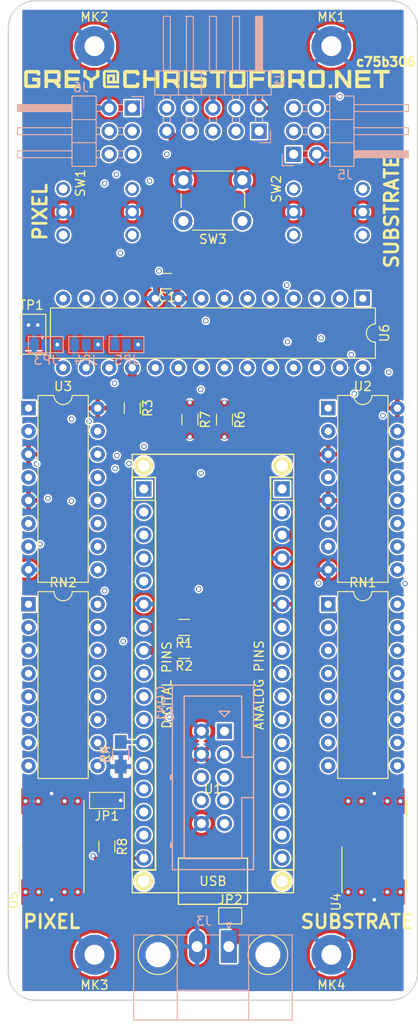
<source format=kicad_pcb>
(kicad_pcb (version 20170123) (host pcbnew "(2017-09-19 revision 0083ce1bd)-master")
  (layers (0 F.Cu mixed) (1 In1.Cu signal) (2 In2.Cu signal) (31 B.Cu mixed) (34 B.Paste user) (35 F.Paste user) (36 B.SilkS user) (37 F.SilkS user) (38 B.Mask user) (39 F.Mask user) (44 Edge.Cuts user))
  (net 0 "")
  (net 1 MISO)
  (net 2 +5V)
  (net 3 SCK)
  (net 4 MOSI)
  (net 5 GND)
  (net 6 SDA)
  (net 7 SCL)
  (net 8 TCK)
  (net 9 TDO)
  (net 10 TMS)
  (net 11 RESET)
  (net 12 TDI)
  (net 13 ~CS_LED_SW)
  (net 14 INT_BUT)
  (net 15 INT_SW)
  (net 16 ADC0)
  (net 17 /Vin)
  (net 18 A0_SW)
  (net 19 A1_SW)
  (net 20 A2_SW)
  (net 21 "Net-(RN1-Pad16)")
  (net 22 "Net-(RN1-Pad8)")
  (net 23 "Net-(RN1-Pad15)")
  (net 24 "Net-(RN1-Pad7)")
  (net 25 "Net-(RN1-Pad14)")
  (net 26 "Net-(RN1-Pad6)")
  (net 27 "Net-(RN1-Pad13)")
  (net 28 "Net-(RN1-Pad5)")
  (net 29 "Net-(RN1-Pad12)")
  (net 30 "Net-(RN1-Pad4)")
  (net 31 "Net-(RN1-Pad11)")
  (net 32 "Net-(RN1-Pad3)")
  (net 33 "Net-(RN1-Pad10)")
  (net 34 "Net-(RN1-Pad2)")
  (net 35 "Net-(RN1-Pad1)")
  (net 36 "Net-(RN2-Pad1)")
  (net 37 "Net-(RN2-Pad2)")
  (net 38 "Net-(RN2-Pad10)")
  (net 39 "Net-(RN2-Pad3)")
  (net 40 "Net-(RN2-Pad11)")
  (net 41 "Net-(RN2-Pad4)")
  (net 42 "Net-(RN2-Pad12)")
  (net 43 "Net-(RN2-Pad5)")
  (net 44 "Net-(RN2-Pad13)")
  (net 45 "Net-(RN2-Pad6)")
  (net 46 "Net-(RN2-Pad14)")
  (net 47 "Net-(RN2-Pad7)")
  (net 48 "Net-(RN2-Pad15)")
  (net 49 "Net-(RN2-Pad8)")
  (net 50 "Net-(RN2-Pad16)")
  (net 51 SWS8)
  (net 52 SWS2)
  (net 53 SWS4)
  (net 54 SWS1)
  (net 55 SWP1)
  (net 56 SWP4)
  (net 57 SWP2)
  (net 58 SWP8)
  (net 59 BCD_S_A)
  (net 60 BCD_S_D)
  (net 61 BCD_S_C)
  (net 62 BCD_S_B)
  (net 63 BCD_P_B)
  (net 64 BCD_P_C)
  (net 65 BCD_P_D)
  (net 66 BCD_P_A)
  (net 67 "Net-(R3-Pad1)")
  (net 68 ~CS0)
  (net 69 DIR_A)
  (net 70 AIN0)
  (net 71 LIM_B_L)
  (net 72 LIM_A_L)
  (net 73 EN)
  (net 74 STEP_A)
  (net 75 STEP_B)
  (net 76 DIR_B)
  (net 77 /LAN9252_IRQ)
  (net 78 /LAN9252_SI)
  (net 79 /LAN9252_DO)
  (net 80 /~LAN9252_SCS)
  (net 81 /LAN9252_SCK)
  (net 82 "Net-(JP1-Pad2)")
  (module myParts:logo (layer F.Cu) (at -0.635 -46.355)
    (fp_text reference L1 hide)
    (fp_text value GREY@CHRISTOFORO.NET hide)
  )
  (module Mounting_Holes:MountingHole_2.2mm_M2_Pad (layer F.Cu) (at 13.05 -50)
    (fp_text reference MK1 (at 0 -3.2) (layer F.SilkS))
    (fp_text value Mounting_Hole_PAD)
    (pad 1 thru_hole circle (at 0 0) (size 4.4 4.4) (drill 2.2) (layers *.Cu *.Mask) (net 5 GND))
  )
  (module Mounting_Holes:MountingHole_2.2mm_M2_Pad (layer F.Cu) (at -13.05 -50)
    (fp_text reference MK2 (at 0 -3.2) (layer F.SilkS))
    (fp_text value Mounting_Hole_PAD)
    (pad 1 thru_hole circle (at 0 0) (size 4.4 4.4) (drill 2.2) (layers *.Cu *.Mask) (net 5 GND))
  )
  (module Socket_Strips:Socket_Strip_Straight_1x17_Pitch2.54mm (layer F.Cu) (at -7.62 -1.27)
    (fp_text reference J2 (at 0 -2.33) (layer F.SilkS))
    (fp_text value Conn_01x17)
    (pad 1 thru_hole rect (at 0 0) (size 1.7 1.7) (drill 1) (layers *.Cu *.Mask) (net 4 MOSI))
    (pad 2 thru_hole oval (at 0 2.54) (size 1.7 1.7) (drill 1) (layers *.Cu *.Mask) (net 77 /LAN9252_IRQ))
    (pad 3 thru_hole oval (at 0 5.08) (size 1.7 1.7) (drill 1) (layers *.Cu *.Mask) (net 78 /LAN9252_SI))
    (pad 4 thru_hole oval (at 0 7.62) (size 1.7 1.7) (drill 1) (layers *.Cu *.Mask) (net 79 /LAN9252_DO))
    (pad 5 thru_hole oval (at 0 10.16) (size 1.7 1.7) (drill 1) (layers *.Cu *.Mask) (net 11 RESET))
    (pad 6 thru_hole oval (at 0 12.7) (size 1.7 1.7) (drill 1) (layers *.Cu *.Mask) (net 5 GND))
    (pad 7 thru_hole oval (at 0 15.24) (size 1.7 1.7) (drill 1) (layers *.Cu *.Mask) (net 6 SDA))
    (pad 8 thru_hole oval (at 0 17.78) (size 1.7 1.7) (drill 1) (layers *.Cu *.Mask) (net 7 SCL))
    (pad 9 thru_hole oval (at 0 20.32) (size 1.7 1.7) (drill 1) (layers *.Cu *.Mask) (net 68 ~CS0))
    (pad 10 thru_hole oval (at 0 22.86) (size 1.7 1.7) (drill 1) (layers *.Cu *.Mask) (net 13 ~CS_LED_SW))
    (pad 11 thru_hole oval (at 0 25.4) (size 1.7 1.7) (drill 1) (layers *.Cu *.Mask) (net 69 DIR_A))
    (pad 12 thru_hole oval (at 0 27.94) (size 1.7 1.7) (drill 1) (layers *.Cu *.Mask) (net 70 AIN0))
    (pad 13 thru_hole oval (at 0 30.48) (size 1.7 1.7) (drill 1) (layers *.Cu *.Mask) (net 71 LIM_B_L))
    (pad 14 thru_hole oval (at 0 33.02) (size 1.7 1.7) (drill 1) (layers *.Cu *.Mask) (net 72 LIM_A_L))
    (pad 15 thru_hole oval (at 0 35.56) (size 1.7 1.7) (drill 1) (layers *.Cu *.Mask) (net 14 INT_BUT))
    (pad 16 thru_hole oval (at 0 38.1) (size 1.7 1.7) (drill 1) (layers *.Cu *.Mask) (net 15 INT_SW))
    (pad 17 thru_hole oval (at 0 40.64) (size 1.7 1.7) (drill 1) (layers *.Cu *.Mask) (net 73 EN))
  )
  (module Connectors_Phoenix:PhoenixContact_MC-GF_02x3.50mm_Angled_ThreadedFlange_MountHole (layer B.Cu) (at 1.75 49.1 180)
    (fp_text reference J3 (at 2.75 2.8 180) (layer B.SilkS) (effects (justify mirror)))
    (fp_text value Screw_Terminal_01x02)
    (pad 1 thru_hole rect (at 0 0 180) (size 1.8 3.6) (drill 1.2) (layers *.Cu *.Mask) (net 17 /Vin))
    (pad 2 thru_hole oval (at 3.5 0 180) (size 1.8 3.6) (drill 1.2) (layers *.Cu *.Mask) (net 5 GND))
    (pad "" np_thru_hole circle (at -4.3 -0.9 180) (size 2.4 2.4) (drill 2.4) (layers *.Cu *.Mask))
    (pad "" np_thru_hole circle (at 7.8 -0.9 180) (size 2.4 2.4) (drill 2.4) (layers *.Cu *.Mask))
  )
  (module Socket_Strips:Socket_Strip_Straight_1x17_Pitch2.54mm (layer F.Cu) (at 7.62 -1.27)
    (fp_text reference J4 (at 0 -2.33) (layer F.SilkS))
    (fp_text value Conn_01x17)
    (pad 17 thru_hole oval (at 0 40.64) (size 1.7 1.7) (drill 1) (layers *.Cu *.Mask) (net 74 STEP_A))
    (pad 16 thru_hole oval (at 0 38.1) (size 1.7 1.7) (drill 1) (layers *.Cu *.Mask))
    (pad 15 thru_hole oval (at 0 35.56) (size 1.7 1.7) (drill 1) (layers *.Cu *.Mask))
    (pad 14 thru_hole oval (at 0 33.02) (size 1.7 1.7) (drill 1) (layers *.Cu *.Mask) (net 12 TDI))
    (pad 13 thru_hole oval (at 0 30.48) (size 1.7 1.7) (drill 1) (layers *.Cu *.Mask) (net 9 TDO))
    (pad 12 thru_hole oval (at 0 27.94) (size 1.7 1.7) (drill 1) (layers *.Cu *.Mask) (net 10 TMS))
    (pad 11 thru_hole oval (at 0 25.4) (size 1.7 1.7) (drill 1) (layers *.Cu *.Mask) (net 8 TCK))
    (pad 10 thru_hole oval (at 0 22.86) (size 1.7 1.7) (drill 1) (layers *.Cu *.Mask) (net 80 /~LAN9252_SCS))
    (pad 9 thru_hole oval (at 0 20.32) (size 1.7 1.7) (drill 1) (layers *.Cu *.Mask) (net 16 ADC0))
    (pad 8 thru_hole oval (at 0 17.78) (size 1.7 1.7) (drill 1) (layers *.Cu *.Mask))
    (pad 7 thru_hole oval (at 0 15.24) (size 1.7 1.7) (drill 1) (layers *.Cu *.Mask) (net 81 /LAN9252_SCK))
    (pad 6 thru_hole oval (at 0 12.7) (size 1.7 1.7) (drill 1) (layers *.Cu *.Mask) (net 2 +5V))
    (pad 5 thru_hole oval (at 0 10.16) (size 1.7 1.7) (drill 1) (layers *.Cu *.Mask) (net 11 RESET))
    (pad 4 thru_hole oval (at 0 7.62) (size 1.7 1.7) (drill 1) (layers *.Cu *.Mask) (net 5 GND))
    (pad 3 thru_hole oval (at 0 5.08) (size 1.7 1.7) (drill 1) (layers *.Cu *.Mask) (net 17 /Vin))
    (pad 2 thru_hole oval (at 0 2.54) (size 1.7 1.7) (drill 1) (layers *.Cu *.Mask) (net 1 MISO))
    (pad 1 thru_hole rect (at 0 0) (size 1.7 1.7) (drill 1) (layers *.Cu *.Mask) (net 3 SCK))
  )
  (module Connectors:GS2 (layer F.Cu) (at 1.905 45.72 90)
    (fp_text reference JP2 (at 1.78 0 180) (layer F.SilkS))
    (fp_text value Jumper_NO_Small)
    (pad 1 smd rect (at 0 -0.64 90) (size 1.27 0.97) (layers F.Cu F.Paste F.Mask) (net 2 +5V))
    (pad 2 smd rect (at 0 0.64 90) (size 1.27 0.97) (layers F.Cu F.Paste F.Mask) (net 17 /Vin))
  )
  (module Mounting_Holes:MountingHole_2.2mm_M2_Pad (layer F.Cu) (at -13.05 50)
    (fp_text reference MK3 (at 0 3.34) (layer F.SilkS))
    (fp_text value Mounting_Hole_PAD)
    (pad 1 thru_hole circle (at 0 0) (size 4.4 4.4) (drill 2.2) (layers *.Cu *.Mask) (net 5 GND))
  )
  (module Mounting_Holes:MountingHole_2.2mm_M2_Pad (layer F.Cu) (at 13.05 50)
    (fp_text reference MK4 (at 0 3.34) (layer F.SilkS))
    (fp_text value Mounting_Hole_PAD)
    (pad 1 thru_hole circle (at 0 0) (size 4.4 4.4) (drill 2.2) (layers *.Cu *.Mask) (net 5 GND))
  )
  (module Resistors_SMD:R_0805_HandSoldering (layer F.Cu) (at -3.175 13.97 180)
    (fp_text reference R1 (at 0 -1.7 180) (layer F.SilkS))
    (fp_text value 10K)
    (pad 1 smd rect (at -1.35 0 180) (size 1.5 1.3) (layers F.Cu F.Paste F.Mask) (net 2 +5V))
    (pad 2 smd rect (at 1.35 0 180) (size 1.5 1.3) (layers F.Cu F.Paste F.Mask) (net 6 SDA))
  )
  (module Resistors_SMD:R_0805_HandSoldering (layer F.Cu) (at -3.175 16.51 180)
    (fp_text reference R2 (at 0 -1.7 180) (layer F.SilkS))
    (fp_text value 10K)
    (pad 2 smd rect (at 1.35 0 180) (size 1.5 1.3) (layers F.Cu F.Paste F.Mask) (net 7 SCL))
    (pad 1 smd rect (at -1.35 0 180) (size 1.5 1.3) (layers F.Cu F.Paste F.Mask) (net 2 +5V))
  )
  (module Resistors_SMD:R_0805_HandSoldering (layer F.Cu) (at -8.89 -10.16 270)
    (fp_text reference R3 (at 0 -1.7 270) (layer F.SilkS))
    (fp_text value 10K)
    (pad 1 smd rect (at -1.35 0 270) (size 1.5 1.3) (layers F.Cu F.Paste F.Mask) (net 67 "Net-(R3-Pad1)"))
    (pad 2 smd rect (at 1.35 0 270) (size 1.5 1.3) (layers F.Cu F.Paste F.Mask) (net 2 +5V))
  )
  (module Housings_DIP:DIP-16_W7.62mm (layer F.Cu) (at 12.7 11.43)
    (fp_text reference RN1 (at 3.81 -2.39) (layer F.SilkS))
    (fp_text value 1k)
    (pad 16 thru_hole oval (at 7.62 0) (size 1.6 1.6) (drill 0.8) (layers *.Cu *.Mask) (net 21 "Net-(RN1-Pad16)"))
    (pad 8 thru_hole oval (at 0 17.78) (size 1.6 1.6) (drill 0.8) (layers *.Cu *.Mask) (net 22 "Net-(RN1-Pad8)"))
    (pad 15 thru_hole oval (at 7.62 2.54) (size 1.6 1.6) (drill 0.8) (layers *.Cu *.Mask) (net 23 "Net-(RN1-Pad15)"))
    (pad 7 thru_hole oval (at 0 15.24) (size 1.6 1.6) (drill 0.8) (layers *.Cu *.Mask) (net 24 "Net-(RN1-Pad7)"))
    (pad 14 thru_hole oval (at 7.62 5.08) (size 1.6 1.6) (drill 0.8) (layers *.Cu *.Mask) (net 25 "Net-(RN1-Pad14)"))
    (pad 6 thru_hole oval (at 0 12.7) (size 1.6 1.6) (drill 0.8) (layers *.Cu *.Mask) (net 26 "Net-(RN1-Pad6)"))
    (pad 13 thru_hole oval (at 7.62 7.62) (size 1.6 1.6) (drill 0.8) (layers *.Cu *.Mask) (net 27 "Net-(RN1-Pad13)"))
    (pad 5 thru_hole oval (at 0 10.16) (size 1.6 1.6) (drill 0.8) (layers *.Cu *.Mask) (net 28 "Net-(RN1-Pad5)"))
    (pad 12 thru_hole oval (at 7.62 10.16) (size 1.6 1.6) (drill 0.8) (layers *.Cu *.Mask) (net 29 "Net-(RN1-Pad12)"))
    (pad 4 thru_hole oval (at 0 7.62) (size 1.6 1.6) (drill 0.8) (layers *.Cu *.Mask) (net 30 "Net-(RN1-Pad4)"))
    (pad 11 thru_hole oval (at 7.62 12.7) (size 1.6 1.6) (drill 0.8) (layers *.Cu *.Mask) (net 31 "Net-(RN1-Pad11)"))
    (pad 3 thru_hole oval (at 0 5.08) (size 1.6 1.6) (drill 0.8) (layers *.Cu *.Mask) (net 32 "Net-(RN1-Pad3)"))
    (pad 10 thru_hole oval (at 7.62 15.24) (size 1.6 1.6) (drill 0.8) (layers *.Cu *.Mask) (net 33 "Net-(RN1-Pad10)"))
    (pad 2 thru_hole oval (at 0 2.54) (size 1.6 1.6) (drill 0.8) (layers *.Cu *.Mask) (net 34 "Net-(RN1-Pad2)"))
    (pad 9 thru_hole oval (at 7.62 17.78) (size 1.6 1.6) (drill 0.8) (layers *.Cu *.Mask))
    (pad 1 thru_hole rect (at 0 0) (size 1.6 1.6) (drill 0.8) (layers *.Cu *.Mask) (net 35 "Net-(RN1-Pad1)"))
  )
  (module Housings_DIP:DIP-16_W7.62mm (layer F.Cu) (at -20.32 11.43)
    (fp_text reference RN2 (at 3.81 -2.39) (layer F.SilkS))
    (fp_text value 1k)
    (pad 1 thru_hole rect (at 0 0) (size 1.6 1.6) (drill 0.8) (layers *.Cu *.Mask) (net 36 "Net-(RN2-Pad1)"))
    (pad 9 thru_hole oval (at 7.62 17.78) (size 1.6 1.6) (drill 0.8) (layers *.Cu *.Mask))
    (pad 2 thru_hole oval (at 0 2.54) (size 1.6 1.6) (drill 0.8) (layers *.Cu *.Mask) (net 37 "Net-(RN2-Pad2)"))
    (pad 10 thru_hole oval (at 7.62 15.24) (size 1.6 1.6) (drill 0.8) (layers *.Cu *.Mask) (net 38 "Net-(RN2-Pad10)"))
    (pad 3 thru_hole oval (at 0 5.08) (size 1.6 1.6) (drill 0.8) (layers *.Cu *.Mask) (net 39 "Net-(RN2-Pad3)"))
    (pad 11 thru_hole oval (at 7.62 12.7) (size 1.6 1.6) (drill 0.8) (layers *.Cu *.Mask) (net 40 "Net-(RN2-Pad11)"))
    (pad 4 thru_hole oval (at 0 7.62) (size 1.6 1.6) (drill 0.8) (layers *.Cu *.Mask) (net 41 "Net-(RN2-Pad4)"))
    (pad 12 thru_hole oval (at 7.62 10.16) (size 1.6 1.6) (drill 0.8) (layers *.Cu *.Mask) (net 42 "Net-(RN2-Pad12)"))
    (pad 5 thru_hole oval (at 0 10.16) (size 1.6 1.6) (drill 0.8) (layers *.Cu *.Mask) (net 43 "Net-(RN2-Pad5)"))
    (pad 13 thru_hole oval (at 7.62 7.62) (size 1.6 1.6) (drill 0.8) (layers *.Cu *.Mask) (net 44 "Net-(RN2-Pad13)"))
    (pad 6 thru_hole oval (at 0 12.7) (size 1.6 1.6) (drill 0.8) (layers *.Cu *.Mask) (net 45 "Net-(RN2-Pad6)"))
    (pad 14 thru_hole oval (at 7.62 5.08) (size 1.6 1.6) (drill 0.8) (layers *.Cu *.Mask) (net 46 "Net-(RN2-Pad14)"))
    (pad 7 thru_hole oval (at 0 15.24) (size 1.6 1.6) (drill 0.8) (layers *.Cu *.Mask) (net 47 "Net-(RN2-Pad7)"))
    (pad 15 thru_hole oval (at 7.62 2.54) (size 1.6 1.6) (drill 0.8) (layers *.Cu *.Mask) (net 48 "Net-(RN2-Pad15)"))
    (pad 8 thru_hole oval (at 0 17.78) (size 1.6 1.6) (drill 0.8) (layers *.Cu *.Mask) (net 49 "Net-(RN2-Pad8)"))
    (pad 16 thru_hole oval (at 7.62 0) (size 1.6 1.6) (drill 0.8) (layers *.Cu *.Mask) (net 50 "Net-(RN2-Pad16)"))
  )
  (module myParts:Grayhill_94H (layer F.Cu) (at -16.51 -34.29 180)
    (fp_text reference SW1 (at -1.905 0.635 90) (layer F.SilkS))
    (fp_text value SW_Grayhill_94H_Coded)
    (pad 8 thru_hole circle (at -7.62 0 180) (size 1.524 1.524) (drill 0.9652) (layers *.Cu *.Mask) (net 51 SWS8))
    (pad C thru_hole circle (at -7.62 -2.54 180) (size 1.524 1.524) (drill 0.9652) (layers *.Cu *.Mask) (net 5 GND))
    (pad 2 thru_hole circle (at -7.62 -5.08 180) (size 1.524 1.524) (drill 0.9652) (layers *.Cu *.Mask) (net 52 SWS2))
    (pad 4 thru_hole circle (at 0 -5.08 180) (size 1.524 1.524) (drill 0.9652) (layers *.Cu *.Mask) (net 53 SWS4))
    (pad C thru_hole circle (at 0 -2.54 180) (size 1.524 1.524) (drill 0.9652) (layers *.Cu *.Mask) (net 5 GND))
    (pad 1 thru_hole circle (at 0 0 180) (size 1.524 1.524) (drill 0.9652) (layers *.Cu *.Mask) (net 54 SWS1))
  )
  (module myParts:Grayhill_94H (layer F.Cu) (at 8.89 -34.29 180)
    (fp_text reference SW2 (at 1.905 0 90) (layer F.SilkS))
    (fp_text value SW_Grayhill_94H_Coded)
    (pad 1 thru_hole circle (at 0 0 180) (size 1.524 1.524) (drill 0.9652) (layers *.Cu *.Mask) (net 55 SWP1))
    (pad C thru_hole circle (at 0 -2.54 180) (size 1.524 1.524) (drill 0.9652) (layers *.Cu *.Mask) (net 5 GND))
    (pad 4 thru_hole circle (at 0 -5.08 180) (size 1.524 1.524) (drill 0.9652) (layers *.Cu *.Mask) (net 56 SWP4))
    (pad 2 thru_hole circle (at -7.62 -5.08 180) (size 1.524 1.524) (drill 0.9652) (layers *.Cu *.Mask) (net 57 SWP2))
    (pad C thru_hole circle (at -7.62 -2.54 180) (size 1.524 1.524) (drill 0.9652) (layers *.Cu *.Mask) (net 5 GND))
    (pad 8 thru_hole circle (at -7.62 0 180) (size 1.524 1.524) (drill 0.9652) (layers *.Cu *.Mask) (net 58 SWP8))
  )
  (module Buttons_Switches_THT:SW_PUSH_6mm (layer F.Cu) (at 3.25 -30.75 180)
    (fp_text reference SW3 (at 3.25 -2 180) (layer F.SilkS))
    (fp_text value SW_Push)
    (pad 2 thru_hole circle (at 0 4.5 270) (size 2 2) (drill 1.1) (layers *.Cu *.Mask) (net 5 GND))
    (pad 1 thru_hole circle (at 0 0 270) (size 2 2) (drill 1.1) (layers *.Cu *.Mask) (net 14 INT_BUT))
    (pad 2 thru_hole circle (at 6.5 4.5 270) (size 2 2) (drill 1.1) (layers *.Cu *.Mask) (net 5 GND))
    (pad 1 thru_hole circle (at 6.5 0 270) (size 2 2) (drill 1.1) (layers *.Cu *.Mask) (net 14 INT_BUT))
  )
  (module myParts:arduino_micro (layer F.Cu) (at -7.62 -3.81)
    (fp_text reference U1 (at 7.62 35.56) (layer F.SilkS))
    (fp_text value ARDUINO_MICRO)
    (fp_text user "ANALOG PINS" (at 12.7 24.13 90) (layer F.SilkS))
    (fp_text user "DIGITAL PINS" (at 2.54 24.13 90) (layer F.SilkS))
    (fp_text user USB (at 7.62 45.72 180) (layer F.SilkS))
    (pad 2 thru_hole circle (at 15.24 0 180) (size 2.032 2.032) (drill 1.27) (layers *.Cu *.Mask F.SilkS))
    (pad 1 thru_hole circle (at 0 0 180) (size 2.032 2.032) (drill 1.27) (layers *.Cu *.Mask F.SilkS))
    (pad 3 thru_hole circle (at 15.24 45.72 180) (size 2.032 2.032) (drill 1.27) (layers *.Cu *.Mask F.SilkS))
    (pad 4 thru_hole circle (at 0 45.72 180) (size 2.032 2.032) (drill 1.27) (layers *.Cu *.Mask F.SilkS))
  )
  (module Housings_DIP:DIP-16_W7.62mm (layer F.Cu) (at 12.7 -10.16)
    (fp_text reference U2 (at 3.81 -2.39) (layer F.SilkS))
    (fp_text value 74LS249)
    (pad 16 thru_hole oval (at 7.62 0) (size 1.6 1.6) (drill 0.8) (layers *.Cu *.Mask) (net 2 +5V))
    (pad 8 thru_hole oval (at 0 17.78) (size 1.6 1.6) (drill 0.8) (layers *.Cu *.Mask) (net 5 GND))
    (pad 15 thru_hole oval (at 7.62 2.54) (size 1.6 1.6) (drill 0.8) (layers *.Cu *.Mask) (net 31 "Net-(RN1-Pad11)"))
    (pad 7 thru_hole oval (at 0 15.24) (size 1.6 1.6) (drill 0.8) (layers *.Cu *.Mask) (net 59 BCD_S_A))
    (pad 14 thru_hole oval (at 7.62 5.08) (size 1.6 1.6) (drill 0.8) (layers *.Cu *.Mask) (net 33 "Net-(RN1-Pad10)"))
    (pad 6 thru_hole oval (at 0 12.7) (size 1.6 1.6) (drill 0.8) (layers *.Cu *.Mask) (net 60 BCD_S_D))
    (pad 13 thru_hole oval (at 7.62 7.62) (size 1.6 1.6) (drill 0.8) (layers *.Cu *.Mask) (net 21 "Net-(RN1-Pad16)"))
    (pad 5 thru_hole oval (at 0 10.16) (size 1.6 1.6) (drill 0.8) (layers *.Cu *.Mask) (net 2 +5V))
    (pad 12 thru_hole oval (at 7.62 10.16) (size 1.6 1.6) (drill 0.8) (layers *.Cu *.Mask) (net 23 "Net-(RN1-Pad15)"))
    (pad 4 thru_hole oval (at 0 7.62) (size 1.6 1.6) (drill 0.8) (layers *.Cu *.Mask))
    (pad 11 thru_hole oval (at 7.62 12.7) (size 1.6 1.6) (drill 0.8) (layers *.Cu *.Mask) (net 25 "Net-(RN1-Pad14)"))
    (pad 3 thru_hole oval (at 0 5.08) (size 1.6 1.6) (drill 0.8) (layers *.Cu *.Mask) (net 2 +5V))
    (pad 10 thru_hole oval (at 7.62 15.24) (size 1.6 1.6) (drill 0.8) (layers *.Cu *.Mask) (net 27 "Net-(RN1-Pad13)"))
    (pad 2 thru_hole oval (at 0 2.54) (size 1.6 1.6) (drill 0.8) (layers *.Cu *.Mask) (net 61 BCD_S_C))
    (pad 9 thru_hole oval (at 7.62 17.78) (size 1.6 1.6) (drill 0.8) (layers *.Cu *.Mask) (net 29 "Net-(RN1-Pad12)"))
    (pad 1 thru_hole rect (at 0 0) (size 1.6 1.6) (drill 0.8) (layers *.Cu *.Mask) (net 62 BCD_S_B))
  )
  (module Housings_DIP:DIP-16_W7.62mm (layer F.Cu) (at -20.32 -10.16)
    (fp_text reference U3 (at 3.81 -2.39) (layer F.SilkS))
    (fp_text value 74LS249)
    (pad 1 thru_hole rect (at 0 0) (size 1.6 1.6) (drill 0.8) (layers *.Cu *.Mask) (net 63 BCD_P_B))
    (pad 9 thru_hole oval (at 7.62 17.78) (size 1.6 1.6) (drill 0.8) (layers *.Cu *.Mask) (net 42 "Net-(RN2-Pad12)"))
    (pad 2 thru_hole oval (at 0 2.54) (size 1.6 1.6) (drill 0.8) (layers *.Cu *.Mask) (net 64 BCD_P_C))
    (pad 10 thru_hole oval (at 7.62 15.24) (size 1.6 1.6) (drill 0.8) (layers *.Cu *.Mask) (net 44 "Net-(RN2-Pad13)"))
    (pad 3 thru_hole oval (at 0 5.08) (size 1.6 1.6) (drill 0.8) (layers *.Cu *.Mask) (net 2 +5V))
    (pad 11 thru_hole oval (at 7.62 12.7) (size 1.6 1.6) (drill 0.8) (layers *.Cu *.Mask) (net 46 "Net-(RN2-Pad14)"))
    (pad 4 thru_hole oval (at 0 7.62) (size 1.6 1.6) (drill 0.8) (layers *.Cu *.Mask))
    (pad 12 thru_hole oval (at 7.62 10.16) (size 1.6 1.6) (drill 0.8) (layers *.Cu *.Mask) (net 48 "Net-(RN2-Pad15)"))
    (pad 5 thru_hole oval (at 0 10.16) (size 1.6 1.6) (drill 0.8) (layers *.Cu *.Mask) (net 2 +5V))
    (pad 13 thru_hole oval (at 7.62 7.62) (size 1.6 1.6) (drill 0.8) (layers *.Cu *.Mask) (net 50 "Net-(RN2-Pad16)"))
    (pad 6 thru_hole oval (at 0 12.7) (size 1.6 1.6) (drill 0.8) (layers *.Cu *.Mask) (net 65 BCD_P_D))
    (pad 14 thru_hole oval (at 7.62 5.08) (size 1.6 1.6) (drill 0.8) (layers *.Cu *.Mask) (net 38 "Net-(RN2-Pad10)"))
    (pad 7 thru_hole oval (at 0 15.24) (size 1.6 1.6) (drill 0.8) (layers *.Cu *.Mask) (net 66 BCD_P_A))
    (pad 15 thru_hole oval (at 7.62 2.54) (size 1.6 1.6) (drill 0.8) (layers *.Cu *.Mask) (net 40 "Net-(RN2-Pad11)"))
    (pad 8 thru_hole oval (at 0 17.78) (size 1.6 1.6) (drill 0.8) (layers *.Cu *.Mask) (net 5 GND))
    (pad 16 thru_hole oval (at 7.62 0) (size 1.6 1.6) (drill 0.8) (layers *.Cu *.Mask) (net 2 +5V))
  )
  (module Displays_7-Segment:KCSC02-123 (layer F.Cu) (at 17.78 38.1 90)
    (fp_text reference U4 (at -6.1 -4.22 90) (layer F.SilkS))
    (fp_text value KCSC02-123)
    (pad 10 smd rect (at 5 -2.88 90) (size 2.8 0.9) (layers F.Cu F.Paste F.Mask) (net 24 "Net-(RN1-Pad7)"))
    (pad 9 smd rect (at 5 -1.44 90) (size 2.8 0.9) (layers F.Cu F.Paste F.Mask) (net 26 "Net-(RN1-Pad6)"))
    (pad 8 smd rect (at 5 0 90) (size 2.8 0.9) (layers F.Cu F.Paste F.Mask) (net 5 GND))
    (pad 7 smd rect (at 5 1.44 90) (size 2.8 0.9) (layers F.Cu F.Paste F.Mask) (net 35 "Net-(RN1-Pad1)"))
    (pad 6 smd rect (at 5 2.88 90) (size 2.8 0.9) (layers F.Cu F.Paste F.Mask) (net 34 "Net-(RN1-Pad2)"))
    (pad 5 smd rect (at -5 2.88 90) (size 2.8 0.9) (layers F.Cu F.Paste F.Mask) (net 22 "Net-(RN1-Pad8)"))
    (pad 4 smd rect (at -5 1.44 90) (size 2.8 0.9) (layers F.Cu F.Paste F.Mask) (net 32 "Net-(RN1-Pad3)"))
    (pad 3 smd rect (at -5 0 90) (size 2.8 0.9) (layers F.Cu F.Paste F.Mask) (net 5 GND))
    (pad 2 smd rect (at -5 -1.44 90) (size 2.8 0.9) (layers F.Cu F.Paste F.Mask) (net 30 "Net-(RN1-Pad4)"))
    (pad 1 smd rect (at -5 -2.88 90) (size 2.8 0.9) (layers F.Cu F.Paste F.Mask) (net 28 "Net-(RN1-Pad5)"))
  )
  (module Displays_7-Segment:KCSC02-123 (layer F.Cu) (at -17.78 38.1 90)
    (fp_text reference U5 (at -5.9 -4.22 90) (layer F.SilkS))
    (fp_text value KCSC02-123)
    (pad 1 smd rect (at -5 -2.88 90) (size 2.8 0.9) (layers F.Cu F.Paste F.Mask) (net 43 "Net-(RN2-Pad5)"))
    (pad 2 smd rect (at -5 -1.44 90) (size 2.8 0.9) (layers F.Cu F.Paste F.Mask) (net 41 "Net-(RN2-Pad4)"))
    (pad 3 smd rect (at -5 0 90) (size 2.8 0.9) (layers F.Cu F.Paste F.Mask) (net 5 GND))
    (pad 4 smd rect (at -5 1.44 90) (size 2.8 0.9) (layers F.Cu F.Paste F.Mask) (net 39 "Net-(RN2-Pad3)"))
    (pad 5 smd rect (at -5 2.88 90) (size 2.8 0.9) (layers F.Cu F.Paste F.Mask) (net 49 "Net-(RN2-Pad8)"))
    (pad 6 smd rect (at 5 2.88 90) (size 2.8 0.9) (layers F.Cu F.Paste F.Mask) (net 37 "Net-(RN2-Pad2)"))
    (pad 7 smd rect (at 5 1.44 90) (size 2.8 0.9) (layers F.Cu F.Paste F.Mask) (net 36 "Net-(RN2-Pad1)"))
    (pad 8 smd rect (at 5 0 90) (size 2.8 0.9) (layers F.Cu F.Paste F.Mask) (net 5 GND))
    (pad 9 smd rect (at 5 -1.44 90) (size 2.8 0.9) (layers F.Cu F.Paste F.Mask) (net 45 "Net-(RN2-Pad6)"))
    (pad 10 smd rect (at 5 -2.88 90) (size 2.8 0.9) (layers F.Cu F.Paste F.Mask) (net 47 "Net-(RN2-Pad7)"))
  )
  (module Housings_DIP:DIP-28_W7.62mm (layer F.Cu) (at 16.51 -22.225 270)
    (fp_text reference U6 (at 3.81 -2.39 270) (layer F.SilkS))
    (fp_text value MCP23S17)
    (pad 1 thru_hole rect (at 0 0 270) (size 1.6 1.6) (drill 0.8) (layers *.Cu *.Mask) (net 66 BCD_P_A))
    (pad 15 thru_hole oval (at 7.62 33.02 270) (size 1.6 1.6) (drill 0.8) (layers *.Cu *.Mask) (net 18 A0_SW))
    (pad 2 thru_hole oval (at 0 2.54 270) (size 1.6 1.6) (drill 0.8) (layers *.Cu *.Mask) (net 63 BCD_P_B))
    (pad 16 thru_hole oval (at 7.62 30.48 270) (size 1.6 1.6) (drill 0.8) (layers *.Cu *.Mask) (net 19 A1_SW))
    (pad 3 thru_hole oval (at 0 5.08 270) (size 1.6 1.6) (drill 0.8) (layers *.Cu *.Mask) (net 64 BCD_P_C))
    (pad 17 thru_hole oval (at 7.62 27.94 270) (size 1.6 1.6) (drill 0.8) (layers *.Cu *.Mask) (net 20 A2_SW))
    (pad 4 thru_hole oval (at 0 7.62 270) (size 1.6 1.6) (drill 0.8) (layers *.Cu *.Mask) (net 65 BCD_P_D))
    (pad 18 thru_hole oval (at 7.62 25.4 270) (size 1.6 1.6) (drill 0.8) (layers *.Cu *.Mask) (net 67 "Net-(R3-Pad1)"))
    (pad 5 thru_hole oval (at 0 10.16 270) (size 1.6 1.6) (drill 0.8) (layers *.Cu *.Mask) (net 59 BCD_S_A))
    (pad 19 thru_hole oval (at 7.62 22.86 270) (size 1.6 1.6) (drill 0.8) (layers *.Cu *.Mask))
    (pad 6 thru_hole oval (at 0 12.7 270) (size 1.6 1.6) (drill 0.8) (layers *.Cu *.Mask) (net 62 BCD_S_B))
    (pad 20 thru_hole oval (at 7.62 20.32 270) (size 1.6 1.6) (drill 0.8) (layers *.Cu *.Mask) (net 15 INT_SW))
    (pad 7 thru_hole oval (at 0 15.24 270) (size 1.6 1.6) (drill 0.8) (layers *.Cu *.Mask) (net 61 BCD_S_C))
    (pad 21 thru_hole oval (at 7.62 17.78 270) (size 1.6 1.6) (drill 0.8) (layers *.Cu *.Mask) (net 55 SWP1))
    (pad 8 thru_hole oval (at 0 17.78 270) (size 1.6 1.6) (drill 0.8) (layers *.Cu *.Mask) (net 60 BCD_S_D))
    (pad 22 thru_hole oval (at 7.62 15.24 270) (size 1.6 1.6) (drill 0.8) (layers *.Cu *.Mask) (net 57 SWP2))
    (pad 9 thru_hole oval (at 0 20.32 270) (size 1.6 1.6) (drill 0.8) (layers *.Cu *.Mask) (net 2 +5V))
    (pad 23 thru_hole oval (at 7.62 12.7 270) (size 1.6 1.6) (drill 0.8) (layers *.Cu *.Mask) (net 56 SWP4))
    (pad 10 thru_hole oval (at 0 22.86 270) (size 1.6 1.6) (drill 0.8) (layers *.Cu *.Mask) (net 5 GND))
    (pad 24 thru_hole oval (at 7.62 10.16 270) (size 1.6 1.6) (drill 0.8) (layers *.Cu *.Mask) (net 58 SWP8))
    (pad 11 thru_hole oval (at 0 25.4 270) (size 1.6 1.6) (drill 0.8) (layers *.Cu *.Mask) (net 13 ~CS_LED_SW))
    (pad 25 thru_hole oval (at 7.62 7.62 270) (size 1.6 1.6) (drill 0.8) (layers *.Cu *.Mask) (net 54 SWS1))
    (pad 12 thru_hole oval (at 0 27.94 270) (size 1.6 1.6) (drill 0.8) (layers *.Cu *.Mask) (net 3 SCK))
    (pad 26 thru_hole oval (at 7.62 5.08 270) (size 1.6 1.6) (drill 0.8) (layers *.Cu *.Mask) (net 52 SWS2))
    (pad 13 thru_hole oval (at 0 30.48 270) (size 1.6 1.6) (drill 0.8) (layers *.Cu *.Mask) (net 4 MOSI))
    (pad 27 thru_hole oval (at 7.62 2.54 270) (size 1.6 1.6) (drill 0.8) (layers *.Cu *.Mask) (net 53 SWS4))
    (pad 14 thru_hole oval (at 0 33.02 270) (size 1.6 1.6) (drill 0.8) (layers *.Cu *.Mask) (net 1 MISO))
    (pad 28 thru_hole oval (at 7.62 0 270) (size 1.6 1.6) (drill 0.8) (layers *.Cu *.Mask) (net 51 SWS8))
  )
  (module Connectors_Multicomp:Multicomp_MC9A12-1034_2x05x2.54mm_Straight (layer B.Cu) (at 1.27 25.4 270)
    (fp_text reference CON1 (at -3 7 270) (layer B.SilkS) (effects (justify mirror)))
    (fp_text value AVR-JTAG-10)
    (pad 1 thru_hole rect (at 0 0 270) (size 1.7 1.7) (drill 1) (layers *.Cu *.Mask) (net 8 TCK))
    (pad 2 thru_hole circle (at 0 2.54 270) (size 1.7 1.7) (drill 1) (layers *.Cu *.Mask) (net 5 GND))
    (pad 3 thru_hole circle (at 2.54 0 270) (size 1.7 1.7) (drill 1) (layers *.Cu *.Mask) (net 9 TDO))
    (pad 4 thru_hole circle (at 2.54 2.54 270) (size 1.7 1.7) (drill 1) (layers *.Cu *.Mask) (net 2 +5V))
    (pad 5 thru_hole circle (at 5.08 0 270) (size 1.7 1.7) (drill 1) (layers *.Cu *.Mask) (net 10 TMS))
    (pad 6 thru_hole circle (at 5.08 2.54 270) (size 1.7 1.7) (drill 1) (layers *.Cu *.Mask) (net 11 RESET))
    (pad 7 thru_hole circle (at 7.62 0 270) (size 1.7 1.7) (drill 1) (layers *.Cu *.Mask))
    (pad 8 thru_hole circle (at 7.62 2.54 270) (size 1.7 1.7) (drill 1) (layers *.Cu *.Mask))
    (pad 9 thru_hole circle (at 10.16 0 270) (size 1.7 1.7) (drill 1) (layers *.Cu *.Mask) (net 12 TDI))
    (pad 10 thru_hole circle (at 10.16 2.54 270) (size 1.7 1.7) (drill 1) (layers *.Cu *.Mask) (net 5 GND))
  )
  (module Pin_Headers:Pin_Header_Angled_2x05_Pitch2.54mm (layer B.Cu) (at 5.08 -40.64 90)
    (fp_text reference J1 (at 5.655 2.27 90) (layer B.SilkS) (effects (justify mirror)))
    (fp_text value Conn_02x05_Counter_Clockwise)
    (pad 1 thru_hole rect (at 0 0 90) (size 1.7 1.7) (drill 1) (layers *.Cu *.Mask) (net 1 MISO))
    (pad 2 thru_hole oval (at 2.54 0 90) (size 1.7 1.7) (drill 1) (layers *.Cu *.Mask) (net 2 +5V))
    (pad 3 thru_hole oval (at 0 -2.54 90) (size 1.7 1.7) (drill 1) (layers *.Cu *.Mask) (net 3 SCK))
    (pad 4 thru_hole oval (at 2.54 -2.54 90) (size 1.7 1.7) (drill 1) (layers *.Cu *.Mask) (net 4 MOSI))
    (pad 5 thru_hole oval (at 0 -5.08 90) (size 1.7 1.7) (drill 1) (layers *.Cu *.Mask) (net 16 ADC0))
    (pad 6 thru_hole oval (at 2.54 -5.08 90) (size 1.7 1.7) (drill 1) (layers *.Cu *.Mask) (net 5 GND))
    (pad 7 thru_hole oval (at 0 -7.62 90) (size 1.7 1.7) (drill 1) (layers *.Cu *.Mask) (net 6 SDA))
    (pad 8 thru_hole oval (at 2.54 -7.62 90) (size 1.7 1.7) (drill 1) (layers *.Cu *.Mask) (net 7 SCL))
    (pad 9 thru_hole oval (at 0 -10.16 90) (size 1.7 1.7) (drill 1) (layers *.Cu *.Mask) (net 17 /Vin))
    (pad 10 thru_hole oval (at 2.54 -10.16 90) (size 1.7 1.7) (drill 1) (layers *.Cu *.Mask) (net 68 ~CS0))
  )
  (module Connectors:GS3 (layer B.Cu) (at -18.415 -17.145 90)
    (fp_text reference JP3 (at -1.7 0) (layer B.SilkS) (effects (justify mirror)))
    (fp_text value Jumper_NC_Dual)
    (pad 3 smd rect (at 0 -1.27 90) (size 1.27 0.97) (layers B.Cu B.Paste B.Mask) (net 5 GND))
    (pad 2 smd rect (at 0 0 90) (size 1.27 0.97) (layers B.Cu B.Paste B.Mask) (net 18 A0_SW))
    (pad 1 smd rect (at 0 1.27 90) (size 1.27 0.97) (layers B.Cu B.Paste B.Mask) (net 2 +5V))
  )
  (module Connectors:GS3 (layer B.Cu) (at -13.97 -17.145 90)
    (fp_text reference JP4 (at -1.7 0) (layer B.SilkS) (effects (justify mirror)))
    (fp_text value Jumper_NC_Dual)
    (pad 1 smd rect (at 0 1.27 90) (size 1.27 0.97) (layers B.Cu B.Paste B.Mask) (net 2 +5V))
    (pad 2 smd rect (at 0 0 90) (size 1.27 0.97) (layers B.Cu B.Paste B.Mask) (net 19 A1_SW))
    (pad 3 smd rect (at 0 -1.27 90) (size 1.27 0.97) (layers B.Cu B.Paste B.Mask) (net 5 GND))
  )
  (module Connectors:GS3 (layer B.Cu) (at -9.525 -17.145 90)
    (fp_text reference JP5 (at -1.7 0) (layer B.SilkS) (effects (justify mirror)))
    (fp_text value Jumper_NC_Dual)
    (pad 1 smd rect (at 0 1.27 90) (size 1.27 0.97) (layers B.Cu B.Paste B.Mask) (net 2 +5V))
    (pad 2 smd rect (at 0 0 90) (size 1.27 0.97) (layers B.Cu B.Paste B.Mask) (net 20 A2_SW))
    (pad 3 smd rect (at 0 -1.27 90) (size 1.27 0.97) (layers B.Cu B.Paste B.Mask) (net 5 GND))
  )
  (module Resistors_SMD:R_0805_HandSoldering (layer F.Cu) (at -10.16 27.94 90)
    (fp_text reference R4 (at 0 -1.7 90) (layer F.SilkS))
    (fp_text value 70K)
    (pad 2 smd rect (at 1.35 0 90) (size 1.5 1.3) (layers F.Cu F.Paste F.Mask) (net 70 AIN0))
    (pad 1 smd rect (at -1.35 0 90) (size 1.5 1.3) (layers F.Cu F.Paste F.Mask) (net 2 +5V))
  )
  (module Resistors_SMD:R_0805_HandSoldering (layer B.Cu) (at -10.16 27.94 270)
    (fp_text reference R5 (at 0 1.7 270) (layer B.SilkS) (effects (justify mirror)))
    (fp_text value 30K)
    (pad 1 smd rect (at -1.35 0 270) (size 1.5 1.3) (layers B.Cu B.Paste B.Mask) (net 70 AIN0))
    (pad 2 smd rect (at 1.35 0 270) (size 1.5 1.3) (layers B.Cu B.Paste B.Mask) (net 5 GND))
  )
  (module Resistors_SMD:R_0805_HandSoldering (layer F.Cu) (at 1.27 -8.89 270)
    (fp_text reference R6 (at 0 -1.7 270) (layer F.SilkS))
    (fp_text value 4.7k)
    (pad 1 smd rect (at -1.35 0 270) (size 1.5 1.3) (layers F.Cu F.Paste F.Mask) (net 75 STEP_B))
    (pad 2 smd rect (at 1.35 0 270) (size 1.5 1.3) (layers F.Cu F.Paste F.Mask) (net 8 TCK))
  )
  (module Resistors_SMD:R_0805_HandSoldering (layer F.Cu) (at -2.54 -8.89 270)
    (fp_text reference R7 (at 0 -1.7 270) (layer F.SilkS))
    (fp_text value 4.7k)
    (pad 2 smd rect (at 1.35 0 270) (size 1.5 1.3) (layers F.Cu F.Paste F.Mask) (net 9 TDO))
    (pad 1 smd rect (at -1.35 0 270) (size 1.5 1.3) (layers F.Cu F.Paste F.Mask) (net 76 DIR_B))
  )
  (module Pin_Headers:Pin_Header_Angled_2x03_Pitch2.54mm (layer B.Cu) (at 8.89 -38.1)
    (fp_text reference J5 (at 5.655 2.27) (layer B.SilkS) (effects (justify mirror)))
    (fp_text value Conn_02x03_Odd_Even)
    (pad 6 thru_hole oval (at 2.54 -5.08) (size 1.7 1.7) (drill 1) (layers *.Cu *.Mask) (net 72 LIM_A_L))
    (pad 5 thru_hole oval (at 0 -5.08) (size 1.7 1.7) (drill 1) (layers *.Cu *.Mask) (net 73 EN))
    (pad 4 thru_hole oval (at 2.54 -2.54) (size 1.7 1.7) (drill 1) (layers *.Cu *.Mask))
    (pad 3 thru_hole oval (at 0 -2.54) (size 1.7 1.7) (drill 1) (layers *.Cu *.Mask) (net 69 DIR_A))
    (pad 2 thru_hole oval (at 2.54 0) (size 1.7 1.7) (drill 1) (layers *.Cu *.Mask) (net 5 GND))
    (pad 1 thru_hole rect (at 0 0) (size 1.7 1.7) (drill 1) (layers *.Cu *.Mask) (net 74 STEP_A))
  )
  (module Pin_Headers:Pin_Header_Angled_2x03_Pitch2.54mm (layer B.Cu) (at -8.89 -43.18 180)
    (fp_text reference J6 (at 5.655 2.27 180) (layer B.SilkS) (effects (justify mirror)))
    (fp_text value Conn_02x03_Odd_Even)
    (pad 1 thru_hole rect (at 0 0 180) (size 1.7 1.7) (drill 1) (layers *.Cu *.Mask) (net 75 STEP_B))
    (pad 2 thru_hole oval (at 2.54 0 180) (size 1.7 1.7) (drill 1) (layers *.Cu *.Mask) (net 5 GND))
    (pad 3 thru_hole oval (at 0 -2.54 180) (size 1.7 1.7) (drill 1) (layers *.Cu *.Mask) (net 76 DIR_B))
    (pad 4 thru_hole oval (at 2.54 -2.54 180) (size 1.7 1.7) (drill 1) (layers *.Cu *.Mask))
    (pad 5 thru_hole oval (at 0 -5.08 180) (size 1.7 1.7) (drill 1) (layers *.Cu *.Mask) (net 73 EN))
    (pad 6 thru_hole oval (at 2.54 -5.08 180) (size 1.7 1.7) (drill 1) (layers *.Cu *.Mask) (net 71 LIM_B_L))
  )
  (module Capacitors_SMD:C_0805_HandSoldering (layer F.Cu) (at -5.08 -24.13 180)
    (fp_text reference C1 (at 0 -1.75 180) (layer F.SilkS))
    (fp_text value 0.1uF)
    (pad 1 smd rect (at -1.25 0 180) (size 1.5 1.25) (layers F.Cu F.Paste F.Mask) (net 2 +5V))
    (pad 2 smd rect (at 1.25 0 180) (size 1.5 1.25) (layers F.Cu F.Paste F.Mask) (net 5 GND))
  )
  (module Connectors:GS3 (layer F.Cu) (at -11.684 33.02 90)
    (fp_text reference JP1 (at -1.7 0 180) (layer F.SilkS))
    (fp_text value Jumper_NC_Dual)
    (pad 1 smd rect (at 0 -1.27 90) (size 1.27 0.97) (layers F.Cu F.Paste F.Mask) (net 2 +5V))
    (pad 2 smd rect (at 0 0 90) (size 1.27 0.97) (layers F.Cu F.Paste F.Mask) (net 82 "Net-(JP1-Pad2)"))
    (pad 3 smd rect (at 0 1.27 90) (size 1.27 0.97) (layers F.Cu F.Paste F.Mask) (net 5 GND))
  )
  (module Resistors_SMD:R_0805_HandSoldering (layer F.Cu) (at -11.684 38.1 270)
    (fp_text reference R8 (at 0 -1.7 270) (layer F.SilkS))
    (fp_text value 100K)
    (pad 1 smd rect (at -1.35 0 270) (size 1.5 1.3) (layers F.Cu F.Paste F.Mask) (net 82 "Net-(JP1-Pad2)"))
    (pad 2 smd rect (at 1.35 0 270) (size 1.5 1.3) (layers F.Cu F.Paste F.Mask) (net 73 EN))
  )
  (module myParts:Test_Point_S1751-46R (layer F.Cu) (at -19.812 -18.288 90)
    (fp_text reference TP1 (at 3.212 -0.188 180) (layer F.SilkS))
    (fp_text value Test_Point)
    (pad 1 smd rect (at 0 0 90) (size 3.45 1.85) (layers F.Cu F.Mask) (net 5 GND))
  )
  (gr_text c75b306 (at 19.05 -48.26) (layer F.SilkS) (effects (font (size 1 1) (thickness 0.25))))
  (gr_text SUBSTRATE (at 15.875 46.355) (layer F.SilkS) (effects (font (size 1.5 1.5) (thickness 0.3))))
  (gr_text PIXEL (at -17.78 46.355) (layer F.SilkS) (effects (font (size 1.5 1.5) (thickness 0.3))))
  (gr_text PIXEL (at -19.05 -31.75 90) (layer F.SilkS) (effects (font (size 1.5 1.5) (thickness 0.3))))
  (gr_text SUBSTRATE (at 19.685 -31.75 90) (layer F.SilkS) (effects (font (size 1.5 1.5) (thickness 0.3))))
  (gr_arc (start 19.54 -52) (end 22.54 -52) (angle -90) (layer Edge.Cuts) (width 0.15))
  (gr_arc (start -19.54 -52) (end -19.54 -55) (angle -90) (layer Edge.Cuts) (width 0.15))
  (gr_arc (start -19.54 52) (end -22.54 52) (angle -90) (layer Edge.Cuts) (width 0.15))
  (gr_arc (start 19.54 52) (end 19.54 55) (angle -90) (layer Edge.Cuts) (width 0.15))
  (gr_line (start 22.54 52) (end 22.54 -52) (layer Edge.Cuts) (width 0.15))
  (gr_line (start -22.54 -52) (end -22.54 52) (layer Edge.Cuts) (width 0.15))
  (gr_line (start -19.54 55) (end 19.54 55) (angle 90) (layer Edge.Cuts) (width 0.15))
  (gr_line (start -19.54 -55) (end 19.54 -55) (angle 90) (layer Edge.Cuts) (width 0.15))
  (via (at -19.304 -19.304) (size 0.6) (drill 0.4) (layers F.Cu B.Cu) (net 5))
  (via (at -10.16 33.02) (size 0.6) (drill 0.4) (layers F.Cu B.Cu) (net 5))
  (via (at -10.5868 -4.9332) (size 0.6) (layers F.Cu B.Cu) (net 1))
  (via (at -8.25 -17.15) (size 0.6) (layers F.Cu B.Cu) (net 2))
  (via (at -12.65 -17.15) (size 0.6) (layers F.Cu B.Cu) (net 2))
  (via (at -17.15 -17.15) (size 0.6) (layers F.Cu B.Cu) (net 2))
  (segment (start -4.13 -22.545) (end -3.81 -22.225) (width 0.4) (layer F.Cu) (net 2))
  (segment (start -4.13 -24.13) (end -4.13 -22.545) (width 0.4) (layer F.Cu) (net 2))
  (via (at -7.6008 -5.9505) (size 0.6) (layers F.Cu B.Cu) (net 3))
  (via (at -20.32 -19.304) (size 0.6) (drill 0.4) (layers F.Cu B.Cu) (net 5))
  (via (at -17.78 32.258) (size 0.6) (layers F.Cu B.Cu) (net 5))
  (via (at -17.78 43.942) (size 0.6) (layers F.Cu B.Cu) (net 5))
  (via (at 17.78 32.258) (size 0.6) (layers F.Cu B.Cu) (net 5))
  (via (at 17.78 43.942) (size 0.6) (layers F.Cu B.Cu) (net 5))
  (segment (start -6.03 -22.545) (end -6.35 -22.225) (width 0.4) (layer F.Cu) (net 5))
  (segment (start -6.03 -24.13) (end -6.03 -22.545) (width 0.4) (layer F.Cu) (net 5))
  (segment (start -7.62 13.97) (end -4.525 13.97) (width 1) (layer F.Cu) (net 6))
  (via (at -10.6427 -35.8746) (size 0.6) (layers F.Cu B.Cu) (net 7))
  (segment (start -4.525 16.51) (end -7.62 16.51) (width 1) (layer F.Cu) (net 7))
  (via (at 1.27 -6.985) (size 0.6) (layers F.Cu B.Cu) (net 8))
  (via (at -2.54 -6.985) (size 0.6) (layers F.Cu B.Cu) (net 9))
  (via (at -1.5614 9.757) (size 0.6) (layers F.Cu B.Cu) (net 9))
  (segment (start 10.16 3.81) (end 10.16 -12.7) (width 1) (layer F.Cu) (net 17))
  (segment (start 10.16 -12.7) (end 16.7658 -12.7) (width 1) (layer F.Cu) (net 17))
  (segment (start 16.7658 -12.7) (end 18.415 -14.3492) (width 1) (layer F.Cu) (net 17))
  (segment (start 18.415 -14.3492) (end 18.415 -23.108) (width 1) (layer F.Cu) (net 17))
  (segment (start 18.415 -23.108) (end 17.393 -24.13) (width 1) (layer F.Cu) (net 17))
  (segment (start 17.393 -24.13) (end 11.8654 -24.13) (width 1) (layer F.Cu) (net 17))
  (segment (start 11.8654 -24.13) (end 7.468 -28.5274) (width 1) (layer F.Cu) (net 17))
  (segment (start 7.468 -28.5274) (end 7.468 -28.9888) (width 1) (layer F.Cu) (net 17))
  (segment (start 7.468 -28.9888) (end 2.8668 -33.59) (width 1) (layer F.Cu) (net 17))
  (segment (start 2.8668 -33.59) (end 1.97 -33.59) (width 1) (layer F.Cu) (net 17))
  (segment (start 1.97 -33.59) (end -5.08 -40.64) (width 1) (layer F.Cu) (net 17))
  (segment (start 7.62 3.81) (end 10.16 3.81) (width 1) (layer F.Cu) (net 17))
  (segment (start 2.545 48.305) (end 1.75 49.1) (width 1) (layer F.Cu) (net 17))
  (segment (start 2.545 45.72) (end 2.545 48.305) (width 1) (layer F.Cu) (net 17))
  (segment (start 10.16 41.8505) (end 10.16 3.81) (width 1) (layer F.Cu) (net 17))
  (segment (start 6.2905 45.72) (end 10.16 41.8505) (width 1) (layer F.Cu) (net 17))
  (segment (start 2.545 45.72) (end 6.2905 45.72) (width 1) (layer F.Cu) (net 17))
  (segment (start -18.415 -16.51) (end -16.51 -14.605) (width 0.4) (layer B.Cu) (net 18))
  (segment (start -18.415 -17.145) (end -18.415 -16.51) (width 0.4) (layer B.Cu) (net 18))
  (segment (start -13.97 -17.145) (end -13.97 -14.605) (width 0.4) (layer B.Cu) (net 19))
  (segment (start -9.525 -16.51) (end -9.525 -17.145) (width 0.4) (layer B.Cu) (net 20))
  (segment (start -11.43 -14.605) (end -9.525 -16.51) (width 0.4) (layer B.Cu) (net 20))
  (via (at 20.65 43.1) (size 0.6) (layers F.Cu B.Cu) (net 22))
  (via (at 21.1523 9.1551) (size 0.6) (layers F.Cu B.Cu) (net 23))
  (via (at 14.9 33.1) (size 0.6) (layers F.Cu B.Cu) (net 24))
  (via (at 16.35 33.1) (size 0.6) (layers F.Cu B.Cu) (net 26))
  (via (at 14.9 43.1) (size 0.6) (layers F.Cu B.Cu) (net 28))
  (via (at 16.35 43.1) (size 0.6) (layers F.Cu B.Cu) (net 30))
  (via (at 19.2 43.1) (size 0.6) (layers F.Cu B.Cu) (net 32))
  (via (at 20.65 33.1) (size 0.6) (layers F.Cu B.Cu) (net 34))
  (via (at 19.2 33.1) (size 0.6) (layers F.Cu B.Cu) (net 35))
  (via (at -16.35 33.1) (size 0.6) (layers F.Cu B.Cu) (net 36))
  (via (at -14.9 33.1) (size 0.6) (layers F.Cu B.Cu) (net 37))
  (via (at -16.35 43.1) (size 0.6) (layers F.Cu B.Cu) (net 39))
  (via (at -19.2 43.1) (size 0.6) (layers F.Cu B.Cu) (net 41))
  (via (at -11.9335 9.9463) (size 0.6) (layers F.Cu B.Cu) (net 42))
  (via (at -20.65 43.1) (size 0.6) (layers F.Cu B.Cu) (net 43))
  (via (at -19.25 33.1) (size 0.6) (layers F.Cu B.Cu) (net 45))
  (via (at -20.65 33.1) (size 0.6) (layers F.Cu B.Cu) (net 47))
  (via (at -14.9 43.1) (size 0.6) (layers F.Cu B.Cu) (net 49))
  (via (at -5.08 -38.1) (size 0.6) (layers F.Cu B.Cu) (net 51))
  (via (at -0.7875 -19.7763) (size 0.6) (layers F.Cu B.Cu) (net 52))
  (via (at 13.97 -44.45) (size 0.6) (layers F.Cu B.Cu) (net 53))
  (via (at -5.9408 -25.2575) (size 0.6) (layers F.Cu B.Cu) (net 55))
  (via (at 15.565 -11.74) (size 0.6) (layers F.Cu B.Cu) (net 57))
  (via (at 15.24 -16.0321) (size 0.6) (layers F.Cu B.Cu) (net 58))
  (via (at 8.2158 -17.4681) (size 0.6) (layers F.Cu B.Cu) (net 61))
  (via (at 11.91 -17.8708) (size 0.6) (layers F.Cu B.Cu) (net 62))
  (via (at 8.1227 -23.6872) (size 0.6) (layers F.Cu B.Cu) (net 66))
  (via (at -13.6493 -8.7143) (size 0.6) (layers F.Cu B.Cu) (net 66))
  (segment (start -8.89 -11.51) (end -8.89 -14.605) (width 1) (layer F.Cu) (net 67))
  (via (at -6.9848 -35.1523) (size 0.6) (layers F.Cu B.Cu) (net 68))
  (via (at -15.5828 -8.9534) (size 0.6) (layers F.Cu B.Cu) (net 68))
  (via (at -10.84 -12.9094) (size 0.6) (layers F.Cu B.Cu) (net 68))
  (via (at -9.2568 -4.0717) (size 0.6) (layers F.Cu B.Cu) (net 68))
  (via (at -10.7765 -3.5113) (size 0.6) (layers F.Cu B.Cu) (net 68))
  (via (at -9.8842 15.5007) (size 0.6) (layers F.Cu B.Cu) (net 68))
  (via (at 19.3636 -14.1063) (size 0.6) (layers F.Cu B.Cu) (net 69))
  (via (at -4.77 23.8268) (size 0.6) (layers F.Cu B.Cu) (net 69))
  (segment (start -7.7 26.59) (end -7.62 26.67) (width 0.4) (layer B.Cu) (net 70))
  (segment (start -10.16 26.59) (end -7.7 26.59) (width 0.4) (layer B.Cu) (net 70))
  (segment (start -7.7 26.59) (end -7.62 26.67) (width 0.4) (layer F.Cu) (net 70))
  (segment (start -10.16 26.59) (end -7.7 26.59) (width 0.4) (layer F.Cu) (net 70))
  (via (at -11.9461 -34.8781) (size 0.6) (layers F.Cu B.Cu) (net 71))
  (via (at -19.4434 -4.0141) (size 0.6) (layers F.Cu B.Cu) (net 71))
  (via (at -18.1801 -0.2106) (size 0.6) (layers F.Cu B.Cu) (net 71))
  (via (at -19.0297 4.8213) (size 0.6) (layers F.Cu B.Cu) (net 71))
  (via (at 11.6547 9.0972) (size 0.6) (layers F.Cu B.Cu) (net 72))
  (segment (start -11.684 39.45) (end -12.874 39.45) (width 0.4) (layer F.Cu) (net 73))
  (segment (start -12.874 39.45) (end -13.208 39.116) (width 0.4) (layer F.Cu) (net 73))
  (via (at -13.208 39.116) (size 0.6) (drill 0.4) (layers F.Cu B.Cu) (net 73))
  (segment (start -7.62 39.37) (end -11.604 39.37) (width 0.4) (layer F.Cu) (net 73))
  (segment (start -11.604 39.37) (end -11.684 39.45) (width 0.4) (layer F.Cu) (net 73))
  (via (at 18.7172 -9.3331) (size 0.6) (layers F.Cu B.Cu) (net 74))
  (via (at 1.27 -10.795) (size 0.6) (layers F.Cu B.Cu) (net 75))
  (via (at -1.3411 -12.2097) (size 0.6) (layers F.Cu B.Cu) (net 75))
  (via (at -10.1874 -27.2263) (size 0.6) (layers F.Cu B.Cu) (net 75))
  (via (at -2.54 -10.795) (size 0.6) (layers F.Cu B.Cu) (net 76))
  (via (at -1.3164 -2.9788) (size 0.6) (layers F.Cu B.Cu) (net 76))
  (via (at -15.591 0.0727) (size 0.6) (layers F.Cu B.Cu) (net 76))
  (segment (start -11.684 36.75) (end -11.684 33.02) (width 0.4) (layer F.Cu) (net 82))
  (zone (net 2) (net_name +5V) (layer F.Cu) (connect_pads (clearance 0.17)) (min_thickness 0.254) (fill yes (arc_segments 16) (thermal_gap 0.508) (thermal_bridge_width 0.508))
    (polygon (pts (xy 21 -54) (xy -21 -54) (xy -21 54) (xy 21 54)))
  )
  (zone (net 5) (net_name GND) (layer B.Cu) (connect_pads (clearance 0.17)) (min_thickness 0.254) (fill yes (arc_segments 16) (thermal_gap 0.508) (thermal_bridge_width 0.508))
    (polygon (pts (xy 21 -54) (xy -21 -54) (xy -21 54) (xy 21 54)))
  )
)
</source>
